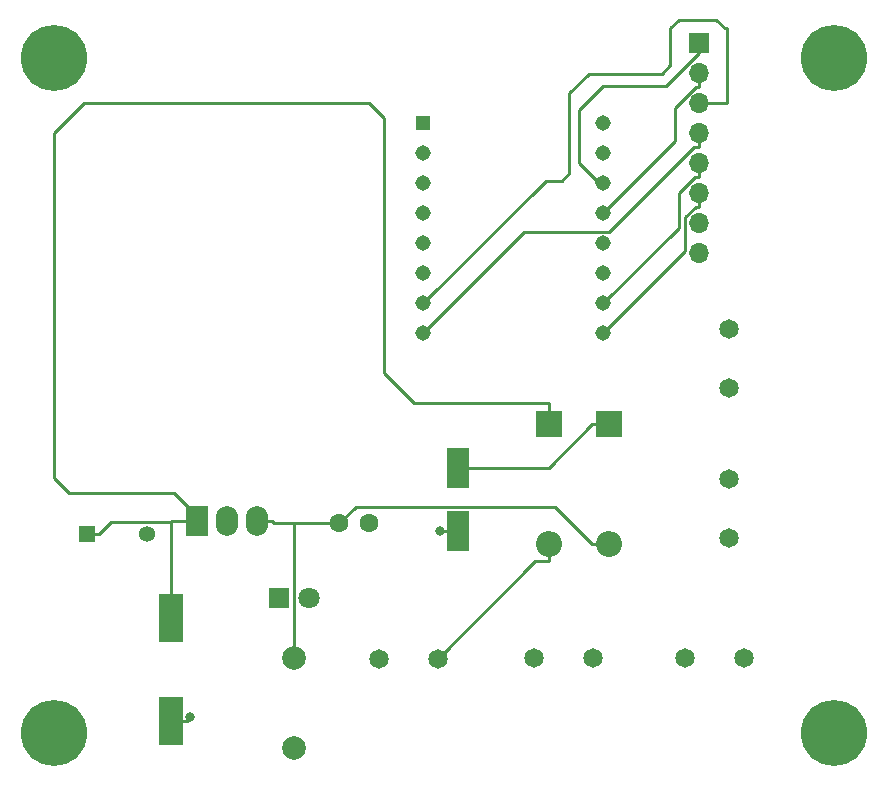
<source format=gbr>
%TF.GenerationSoftware,KiCad,Pcbnew,7.0.9*%
%TF.CreationDate,2025-08-15T16:53:55+02:00*%
%TF.ProjectId,Kicad_Projet_Sons_HW896_V2,4b696361-645f-4507-926f-6a65745f536f,rev?*%
%TF.SameCoordinates,Original*%
%TF.FileFunction,Copper,L1,Top*%
%TF.FilePolarity,Positive*%
%FSLAX46Y46*%
G04 Gerber Fmt 4.6, Leading zero omitted, Abs format (unit mm)*
G04 Created by KiCad (PCBNEW 7.0.9) date 2025-08-15 16:53:55*
%MOMM*%
%LPD*%
G01*
G04 APERTURE LIST*
%TA.AperFunction,ComponentPad*%
%ADD10C,5.600000*%
%TD*%
%TA.AperFunction,ComponentPad*%
%ADD11C,1.650000*%
%TD*%
%TA.AperFunction,SMDPad,CuDef*%
%ADD12R,1.850000X3.500000*%
%TD*%
%TA.AperFunction,ComponentPad*%
%ADD13R,1.357000X1.357000*%
%TD*%
%TA.AperFunction,ComponentPad*%
%ADD14C,1.357000*%
%TD*%
%TA.AperFunction,ComponentPad*%
%ADD15O,1.900000X2.500000*%
%TD*%
%TA.AperFunction,ComponentPad*%
%ADD16R,1.900000X2.500000*%
%TD*%
%TA.AperFunction,ComponentPad*%
%ADD17R,1.800000X1.800000*%
%TD*%
%TA.AperFunction,ComponentPad*%
%ADD18C,1.800000*%
%TD*%
%TA.AperFunction,ComponentPad*%
%ADD19R,2.200000X2.200000*%
%TD*%
%TA.AperFunction,ComponentPad*%
%ADD20O,2.200000X2.200000*%
%TD*%
%TA.AperFunction,SMDPad,CuDef*%
%ADD21R,2.000000X4.100000*%
%TD*%
%TA.AperFunction,ComponentPad*%
%ADD22R,1.700000X1.700000*%
%TD*%
%TA.AperFunction,ComponentPad*%
%ADD23O,1.700000X1.700000*%
%TD*%
%TA.AperFunction,ComponentPad*%
%ADD24C,2.000000*%
%TD*%
%TA.AperFunction,ComponentPad*%
%ADD25C,1.600000*%
%TD*%
%TA.AperFunction,ComponentPad*%
%ADD26R,1.308000X1.308000*%
%TD*%
%TA.AperFunction,ComponentPad*%
%ADD27C,1.308000*%
%TD*%
%TA.AperFunction,ViaPad*%
%ADD28C,0.800000*%
%TD*%
%TA.AperFunction,Conductor*%
%ADD29C,0.250000*%
%TD*%
G04 APERTURE END LIST*
D10*
%TO.P,REF\u002A\u002A,1*%
%TO.N,N/C*%
X114270000Y-104150000D03*
%TD*%
%TO.P,REF\u002A\u002A,1*%
%TO.N,N/C*%
X180310000Y-104150000D03*
%TD*%
%TO.P,REF\u002A\u002A,1*%
%TO.N,N/C*%
X180310000Y-47000000D03*
%TD*%
%TO.P,REF\u002A\u002A,1*%
%TO.N,N/C*%
X114270000Y-47000000D03*
%TD*%
D11*
%TO.P,J6,1,1*%
%TO.N,SPK+*%
X171420000Y-69940000D03*
%TO.P,J6,2,2*%
%TO.N,SPK-*%
X171420000Y-74940000D03*
%TD*%
%TO.P,J5,1,1*%
%TO.N,Net-(U2-K5)*%
X171420000Y-87640000D03*
%TO.P,J5,2,2*%
%TO.N,GND*%
X171420000Y-82640000D03*
%TD*%
%TO.P,J4,1,1*%
%TO.N,Net-(U2-K3)*%
X167690000Y-97800000D03*
%TO.P,J4,2,2*%
%TO.N,Net-(U2-K4)*%
X172690000Y-97800000D03*
%TD*%
%TO.P,J2,1,1*%
%TO.N,Net-(U2-K1)*%
X154860000Y-97800000D03*
%TO.P,J2,2,2*%
%TO.N,Net-(U2-K2)*%
X159860000Y-97800000D03*
%TD*%
%TO.P,J1,1,1*%
%TO.N,Net-(D1-A)*%
X146730000Y-97850000D03*
%TO.P,J1,2,2*%
%TO.N,GND*%
X141730000Y-97850000D03*
%TD*%
D12*
%TO.P,C4,1,+*%
%TO.N,+4V*%
X148450000Y-81670000D03*
%TO.P,C4,2,-*%
%TO.N,GND*%
X148450000Y-87070000D03*
%TD*%
D13*
%TO.P,C1,1,1*%
%TO.N,Net-(C2-+)*%
X117020000Y-87290000D03*
D14*
%TO.P,C1,2,2*%
%TO.N,GND*%
X122100000Y-87290000D03*
%TD*%
D15*
%TO.P,U1,3,VO*%
%TO.N,Net-(D2-A)*%
X131440000Y-86190000D03*
%TO.P,U1,2,GND*%
%TO.N,GND*%
X128900000Y-86190000D03*
D16*
%TO.P,U1,1,VI*%
%TO.N,Net-(C2-+)*%
X126360000Y-86190000D03*
%TD*%
D17*
%TO.P,D3,1,K*%
%TO.N,GND*%
X133320000Y-92720000D03*
D18*
%TO.P,D3,2,A*%
%TO.N,Net-(D3-A)*%
X135860000Y-92720000D03*
%TD*%
D19*
%TO.P,D1,1,K*%
%TO.N,Net-(C2-+)*%
X156180000Y-78000000D03*
D20*
%TO.P,D1,2,A*%
%TO.N,Net-(D1-A)*%
X156180000Y-88160000D03*
%TD*%
D21*
%TO.P,C2,1,+*%
%TO.N,Net-(C2-+)*%
X124150000Y-94395000D03*
%TO.P,C2,2,-*%
%TO.N,GND*%
X124150000Y-103095000D03*
%TD*%
D22*
%TO.P,J3,1,Pin_1*%
%TO.N,Dac_L*%
X168880000Y-45730000D03*
D23*
%TO.P,J3,2,Pin_2*%
%TO.N,Dac_R*%
X168880000Y-48270000D03*
%TO.P,J3,3,Pin_3*%
%TO.N,ADKEY*%
X168880000Y-50810000D03*
%TO.P,J3,4,Pin_4*%
%TO.N,Busy*%
X168880000Y-53350000D03*
%TO.P,J3,5,Pin_5*%
%TO.N,TX*%
X168880000Y-55890000D03*
%TO.P,J3,6,Pin_6*%
%TO.N,RX*%
X168880000Y-58430000D03*
%TO.P,J3,7,Pin_7*%
%TO.N,GND*%
X168880000Y-60970000D03*
%TO.P,J3,8,Pin_8*%
X168880000Y-63510000D03*
%TD*%
D24*
%TO.P,R1,1*%
%TO.N,Net-(D2-A)*%
X134590000Y-97800000D03*
%TO.P,R1,2*%
%TO.N,Net-(D3-A)*%
X134590000Y-105420000D03*
%TD*%
D25*
%TO.P,C3,1*%
%TO.N,Net-(D2-A)*%
X138400000Y-86360000D03*
%TO.P,C3,2*%
%TO.N,GND*%
X140900000Y-86360000D03*
%TD*%
D26*
%TO.P,U2,1,K1*%
%TO.N,Net-(U2-K1)*%
X145470000Y-52520000D03*
D27*
%TO.P,U2,2,K2*%
%TO.N,Net-(U2-K2)*%
X145470000Y-55060000D03*
%TO.P,U2,3,K3*%
%TO.N,Net-(U2-K3)*%
X145470000Y-57600000D03*
%TO.P,U2,4,K4*%
%TO.N,Net-(U2-K4)*%
X145470000Y-60140000D03*
%TO.P,U2,5,K5*%
%TO.N,Net-(U2-K5)*%
X145470000Y-62680000D03*
%TO.P,U2,6,SGND*%
%TO.N,GND*%
X145470000Y-65220000D03*
%TO.P,U2,7,ADKEY*%
%TO.N,ADKEY*%
X145470000Y-67760000D03*
%TO.P,U2,8,Busy*%
%TO.N,Busy*%
X145470000Y-70300000D03*
%TO.P,U2,9,RX*%
%TO.N,RX*%
X160710000Y-70300000D03*
%TO.P,U2,10,TX*%
%TO.N,TX*%
X160710000Y-67760000D03*
%TO.P,U2,11,GND*%
%TO.N,GND*%
X160710000Y-65220000D03*
%TO.P,U2,12,VCC*%
%TO.N,+4V*%
X160710000Y-62680000D03*
%TO.P,U2,13,Dac_R*%
%TO.N,Dac_R*%
X160710000Y-60140000D03*
%TO.P,U2,14,Dac_L*%
%TO.N,Dac_L*%
X160710000Y-57600000D03*
%TO.P,U2,15,SPK-*%
%TO.N,SPK-*%
X160710000Y-55060000D03*
%TO.P,U2,16,SPK+*%
%TO.N,SPK+*%
X160710000Y-52520000D03*
%TD*%
D19*
%TO.P,D2,1,K*%
%TO.N,+4V*%
X161260000Y-78000000D03*
D20*
%TO.P,D2,2,A*%
%TO.N,Net-(D2-A)*%
X161260000Y-88160000D03*
%TD*%
D28*
%TO.N,GND*%
X125755200Y-102815100D03*
X146899400Y-87019100D03*
%TD*%
D29*
%TO.N,ADKEY*%
X171242200Y-50810000D02*
X168880000Y-50810000D01*
X171267600Y-50784600D02*
X171242200Y-50810000D01*
X171267600Y-44460000D02*
X171267600Y-50784600D01*
X171039000Y-44460000D02*
X171267600Y-44460000D01*
X170302400Y-43723400D02*
X171039000Y-44460000D01*
X167127400Y-43723400D02*
X170302400Y-43723400D01*
X166416200Y-44434600D02*
X167127400Y-43723400D01*
X166416200Y-47609600D02*
X166416200Y-44434600D01*
X165730400Y-48295400D02*
X166416200Y-47609600D01*
X159507400Y-48295400D02*
X165730400Y-48295400D01*
X157856400Y-49946400D02*
X159507400Y-48295400D01*
X157856400Y-56728200D02*
X157856400Y-49946400D01*
X157221400Y-57363200D02*
X157856400Y-56728200D01*
X155866800Y-57363200D02*
X157221400Y-57363200D01*
X145470000Y-67760000D02*
X155866800Y-57363200D01*
%TO.N,Dac_L*%
X158720000Y-51358500D02*
X160710000Y-49368500D01*
X158720000Y-55890000D02*
X158720000Y-51358500D01*
X168880000Y-46538000D02*
X168880000Y-45730000D01*
X160430000Y-57600000D02*
X158720000Y-55890000D01*
X160710000Y-49368500D02*
X166049500Y-49368500D01*
X166049500Y-49368500D02*
X168880000Y-46538000D01*
X160710000Y-57600000D02*
X160430000Y-57600000D01*
%TO.N,Net-(C2-+)*%
X156180000Y-76210000D02*
X156180000Y-78000000D01*
X144750000Y-76210000D02*
X156180000Y-76210000D01*
X142210000Y-52080000D02*
X142210000Y-73670000D01*
X140940000Y-50810000D02*
X142210000Y-52080000D01*
X116810000Y-50810000D02*
X140940000Y-50810000D01*
X114270000Y-82560000D02*
X114270000Y-53350000D01*
X114270000Y-53350000D02*
X116810000Y-50810000D01*
X142210000Y-73670000D02*
X144750000Y-76210000D01*
X124430000Y-83830000D02*
X115540000Y-83830000D01*
X126360000Y-85760000D02*
X124430000Y-83830000D01*
X126360000Y-86190000D02*
X126360000Y-85760000D01*
X115540000Y-83830000D02*
X114270000Y-82560000D01*
%TO.N,RX*%
X168578700Y-59605300D02*
X168880000Y-59605300D01*
X167704700Y-60479300D02*
X168578700Y-59605300D01*
X167704700Y-63305300D02*
X167704700Y-60479300D01*
X160710000Y-70300000D02*
X167704700Y-63305300D01*
X168880000Y-58430000D02*
X168880000Y-59605300D01*
%TO.N,TX*%
X168512700Y-57065300D02*
X168880000Y-57065300D01*
X167135900Y-58442100D02*
X168512700Y-57065300D01*
X167135900Y-61334100D02*
X167135900Y-58442100D01*
X160710000Y-67760000D02*
X167135900Y-61334100D01*
X168880000Y-55890000D02*
X168880000Y-57065300D01*
%TO.N,Busy*%
X168880000Y-53350000D02*
X168880000Y-54525300D01*
X168421700Y-54525300D02*
X168880000Y-54525300D01*
X161261900Y-61685100D02*
X168421700Y-54525300D01*
X154084900Y-61685100D02*
X161261900Y-61685100D01*
X145470000Y-70300000D02*
X154084900Y-61685100D01*
%TO.N,Dac_R*%
X168880000Y-48270000D02*
X168880000Y-49445300D01*
X166804100Y-54045900D02*
X160710000Y-60140000D01*
X166804100Y-51219900D02*
X166804100Y-54045900D01*
X168578700Y-49445300D02*
X166804100Y-51219900D01*
X168880000Y-49445300D02*
X168578700Y-49445300D01*
%TO.N,Net-(D1-A)*%
X154994700Y-89585300D02*
X146730000Y-97850000D01*
X156180000Y-89585300D02*
X154994700Y-89585300D01*
X156180000Y-88160000D02*
X156180000Y-89585300D01*
%TO.N,+4V*%
X156164700Y-81670000D02*
X148450000Y-81670000D01*
X159834700Y-78000000D02*
X156164700Y-81670000D01*
X161260000Y-78000000D02*
X159834700Y-78000000D01*
%TO.N,Net-(D2-A)*%
X161260000Y-88160000D02*
X159834700Y-88160000D01*
X131440000Y-86190000D02*
X132715300Y-86190000D01*
X156647200Y-84972500D02*
X159834700Y-88160000D01*
X139787500Y-84972500D02*
X156647200Y-84972500D01*
X138400000Y-86360000D02*
X139787500Y-84972500D01*
X134590000Y-97800000D02*
X134590000Y-86360000D01*
X132885300Y-86360000D02*
X134590000Y-86360000D01*
X132715300Y-86190000D02*
X132885300Y-86360000D01*
X134590000Y-86360000D02*
X138400000Y-86360000D01*
%TO.N,Net-(C2-+)*%
X117020000Y-87290000D02*
X118023800Y-87290000D01*
X124150000Y-94395000D02*
X124150000Y-92019700D01*
X124150000Y-92019700D02*
X124150000Y-86258700D01*
X124218700Y-86190000D02*
X124150000Y-86258700D01*
X126360000Y-86190000D02*
X124218700Y-86190000D01*
X119055100Y-86258700D02*
X118023800Y-87290000D01*
X124150000Y-86258700D02*
X119055100Y-86258700D01*
%TO.N,GND*%
X124150000Y-103095000D02*
X125475300Y-103095000D01*
X125755200Y-102815100D02*
X125475300Y-103095000D01*
X148450000Y-87070000D02*
X147199700Y-87070000D01*
X147148800Y-87019100D02*
X147199700Y-87070000D01*
X146899400Y-87019100D02*
X147148800Y-87019100D01*
%TD*%
M02*

</source>
